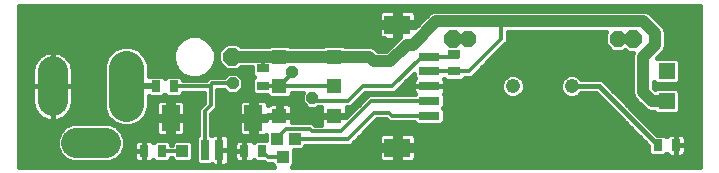
<source format=gtl>
G75*
%MOIN*%
%OFA0B0*%
%FSLAX24Y24*%
%IPPOS*%
%LPD*%
%AMOC8*
5,1,8,0,0,1.08239X$1,22.5*
%
%ADD10R,0.0866X0.0630*%
%ADD11R,0.0709X0.0276*%
%ADD12OC8,0.0554*%
%ADD13C,0.0476*%
%ADD14R,0.0315X0.0394*%
%ADD15R,0.0394X0.0315*%
%ADD16R,0.0630X0.0866*%
%ADD17R,0.0276X0.0709*%
%ADD18R,0.0554X0.0554*%
%ADD19R,0.0512X0.0472*%
%ADD20C,0.0984*%
%ADD21C,0.1181*%
%ADD22OC8,0.0560*%
%ADD23OC8,0.0600*%
%ADD24C,0.0118*%
%ADD25C,0.0394*%
%ADD26OC8,0.0591*%
%ADD27C,0.0197*%
%ADD28C,0.0157*%
%ADD29R,0.0475X0.0475*%
%ADD30C,0.0475*%
%ADD31R,0.0396X0.0396*%
%ADD32OC8,0.0396*%
D10*
X014574Y001084D03*
X014574Y005179D03*
D11*
X015637Y004116D03*
X015637Y003624D03*
X015637Y003131D03*
X015637Y002639D03*
X015637Y002147D03*
D12*
X014062Y001734D03*
X009052Y002580D03*
X007733Y002580D03*
X014062Y004529D03*
D13*
X018416Y003131D03*
X020385Y003131D03*
D14*
X023255Y001163D03*
X023845Y001163D03*
X010066Y000966D03*
X009475Y000966D03*
X006719Y000966D03*
X006129Y000966D03*
X006523Y003131D03*
X007113Y003131D03*
D15*
X010086Y003151D03*
X010086Y003742D03*
X016464Y003624D03*
X016464Y004214D03*
D16*
X009771Y002069D03*
X007015Y002069D03*
D17*
X008147Y001006D03*
X008639Y001006D03*
D18*
X023550Y002631D03*
X023550Y003631D03*
D19*
X012448Y004116D03*
X010637Y004116D03*
X010637Y003131D03*
X012448Y003131D03*
X012448Y002147D03*
X010637Y002147D03*
D20*
X004849Y001242D02*
X003865Y001242D01*
X003078Y002639D02*
X003078Y003624D01*
D21*
X005538Y003722D02*
X005538Y002541D01*
D22*
X016916Y004706D03*
X021916Y004706D03*
D23*
X022416Y004706D03*
X016416Y004706D03*
D24*
X016956Y003624D02*
X018038Y004706D01*
X018038Y005297D01*
X016601Y004116D02*
X016464Y004214D01*
X016601Y004116D02*
X015637Y004116D01*
X015381Y004116D01*
X014397Y003131D01*
X013412Y003131D01*
X012920Y002639D01*
X011838Y002639D01*
X011739Y002738D01*
X012448Y003131D02*
X010637Y003131D01*
X011070Y003525D01*
X011070Y003604D01*
X010086Y003742D02*
X010086Y003998D01*
X009928Y004155D01*
X009101Y004155D01*
X009062Y004116D01*
X009082Y003230D02*
X008393Y003230D01*
X008344Y003181D01*
X008344Y002492D01*
X008147Y002295D01*
X008147Y001006D01*
X007408Y000966D02*
X006719Y000966D01*
X010066Y000966D02*
X010263Y000769D01*
X010755Y000769D01*
X010558Y001360D02*
X010558Y001399D01*
X010873Y001714D01*
X011660Y001714D01*
X011739Y001635D01*
X012704Y001635D01*
X013708Y002639D01*
X014830Y002639D01*
X014987Y002639D01*
X015637Y002639D01*
X014397Y002147D02*
X014298Y002246D01*
X013806Y002246D01*
X012920Y001360D01*
X011149Y001360D01*
X014397Y002147D02*
X015637Y002147D01*
X010637Y003131D02*
X010105Y003131D01*
X010086Y003151D01*
X008344Y003181D02*
X008294Y003131D01*
X007113Y003131D01*
X015637Y003624D02*
X016956Y003624D01*
X016464Y003624D02*
X015637Y003624D01*
D25*
X014889Y004509D02*
X014338Y003958D01*
X013786Y003958D01*
X013629Y004116D01*
X012448Y004116D01*
X010637Y004116D01*
X009062Y004116D01*
X014889Y004509D02*
X015086Y004509D01*
X015873Y005297D01*
X018038Y005297D01*
X022763Y005297D01*
X023156Y004903D01*
X023156Y004509D01*
X022763Y004116D01*
X022763Y002935D01*
X023050Y002631D01*
X023550Y002631D01*
D26*
X009062Y004116D03*
D27*
X006523Y003131D02*
X005538Y003131D01*
D28*
X001975Y000454D02*
X001975Y005809D01*
X024653Y005809D01*
X024653Y000454D01*
X011061Y000454D01*
X011112Y000505D01*
X011112Y001003D01*
X011412Y001003D01*
X011505Y001096D01*
X011505Y001142D01*
X013010Y001142D01*
X013896Y002028D01*
X014208Y002028D01*
X014306Y001929D01*
X015138Y001929D01*
X015217Y001851D01*
X016057Y001851D01*
X016150Y001944D01*
X016150Y002351D01*
X016107Y002393D01*
X016150Y002436D01*
X016150Y002843D01*
X016122Y002871D01*
X016134Y002884D01*
X016158Y002925D01*
X016170Y002970D01*
X016170Y003131D01*
X015637Y003131D01*
X015637Y003132D01*
X016170Y003132D01*
X016170Y003293D01*
X016158Y003338D01*
X016141Y003368D01*
X016201Y003307D01*
X016726Y003307D01*
X016819Y003400D01*
X016819Y003406D01*
X017046Y003406D01*
X018129Y004489D01*
X018256Y004616D01*
X018256Y004941D01*
X021531Y004941D01*
X021478Y004888D01*
X021478Y004525D01*
X021735Y004268D01*
X022098Y004268D01*
X022152Y004322D01*
X022226Y004248D01*
X022433Y004248D01*
X022407Y004186D01*
X022407Y002939D01*
X022405Y002873D01*
X022407Y002869D01*
X022407Y002864D01*
X022432Y002803D01*
X022456Y002741D01*
X022459Y002738D01*
X022461Y002733D01*
X022508Y002687D01*
X022747Y002435D01*
X022749Y002430D01*
X022795Y002383D01*
X022841Y002336D01*
X022845Y002334D01*
X022849Y002330D01*
X022910Y002305D01*
X022970Y002278D01*
X022975Y002278D01*
X022979Y002276D01*
X023045Y002276D01*
X023111Y002274D01*
X023116Y002276D01*
X023127Y002276D01*
X023207Y002196D01*
X023893Y002196D01*
X023986Y002289D01*
X023986Y002974D01*
X023893Y003067D01*
X023207Y003067D01*
X023166Y003026D01*
X023118Y003076D01*
X023118Y003284D01*
X023207Y003196D01*
X023893Y003196D01*
X023986Y003289D01*
X023986Y003974D01*
X023893Y004067D01*
X023217Y004067D01*
X023458Y004308D01*
X023512Y004439D01*
X023512Y004974D01*
X023458Y005105D01*
X023358Y005205D01*
X022964Y005598D01*
X022834Y005652D01*
X015802Y005652D01*
X015672Y005598D01*
X015173Y005100D01*
X014653Y005100D01*
X014653Y005257D01*
X015186Y005257D01*
X015186Y005517D01*
X015173Y005563D01*
X015150Y005603D01*
X015117Y005637D01*
X015076Y005660D01*
X015030Y005672D01*
X014653Y005672D01*
X014653Y005257D01*
X014495Y005257D01*
X014495Y005100D01*
X013962Y005100D01*
X013962Y004840D01*
X013974Y004795D01*
X013998Y004754D01*
X014031Y004721D01*
X014072Y004697D01*
X014117Y004685D01*
X014495Y004685D01*
X014495Y005100D01*
X014653Y005100D01*
X014653Y004776D01*
X014587Y004711D01*
X014190Y004314D01*
X013934Y004314D01*
X013930Y004317D01*
X013830Y004417D01*
X013700Y004471D01*
X012809Y004471D01*
X012769Y004511D01*
X012126Y004511D01*
X012087Y004471D01*
X010998Y004471D01*
X010958Y004511D01*
X010315Y004511D01*
X010276Y004471D01*
X009348Y004471D01*
X009250Y004570D01*
X008874Y004570D01*
X008608Y004304D01*
X008608Y003928D01*
X008874Y003662D01*
X009250Y003662D01*
X009348Y003760D01*
X009730Y003760D01*
X009730Y003518D01*
X009802Y003446D01*
X009730Y003374D01*
X009730Y002928D01*
X009823Y002835D01*
X010222Y002835D01*
X010222Y002830D01*
X008561Y002830D01*
X008795Y003012D02*
X008934Y002873D01*
X009230Y002873D01*
X009439Y003082D01*
X009439Y003378D01*
X009230Y003587D01*
X008934Y003587D01*
X008795Y003448D01*
X008303Y003448D01*
X008253Y003399D01*
X008204Y003349D01*
X007429Y003349D01*
X007429Y003394D01*
X007336Y003487D01*
X006890Y003487D01*
X006818Y003415D01*
X006746Y003487D01*
X006299Y003487D01*
X006288Y003475D01*
X006288Y003871D01*
X006174Y004146D01*
X005963Y004357D01*
X005687Y004471D01*
X005389Y004471D01*
X005114Y004357D01*
X004903Y004146D01*
X004789Y003871D01*
X004789Y002392D01*
X004903Y002117D01*
X005114Y001906D01*
X005389Y001792D01*
X005687Y001792D01*
X005963Y001906D01*
X006174Y002117D01*
X006288Y002392D01*
X006288Y002788D01*
X006299Y002776D01*
X006746Y002776D01*
X006818Y002848D01*
X006890Y002776D01*
X007336Y002776D01*
X007429Y002869D01*
X007429Y002914D01*
X008126Y002914D01*
X008126Y002582D01*
X007929Y002385D01*
X007929Y001504D01*
X007850Y001426D01*
X007850Y000585D01*
X007943Y000492D01*
X008350Y000492D01*
X008379Y000521D01*
X008391Y000508D01*
X008432Y000485D01*
X008477Y000472D01*
X008639Y000472D01*
X008800Y000472D01*
X008846Y000485D01*
X008886Y000508D01*
X008920Y000541D01*
X008943Y000582D01*
X008955Y000628D01*
X008955Y001006D01*
X008955Y001383D01*
X008943Y001429D01*
X008920Y001470D01*
X008886Y001503D01*
X008846Y001526D01*
X008800Y001539D01*
X008639Y001539D01*
X008639Y001006D01*
X008639Y001006D01*
X008955Y001006D01*
X008639Y001006D01*
X008639Y001006D01*
X008639Y001539D01*
X008477Y001539D01*
X008432Y001526D01*
X008391Y001503D01*
X008379Y001490D01*
X008364Y001504D01*
X008364Y002205D01*
X008434Y002274D01*
X008561Y002402D01*
X008561Y003012D01*
X008795Y003012D01*
X008821Y002986D02*
X008561Y002986D01*
X008126Y002830D02*
X007391Y002830D01*
X006835Y002830D02*
X006800Y002830D01*
X006676Y002680D02*
X006631Y002668D01*
X006590Y002645D01*
X006557Y002611D01*
X006533Y002571D01*
X006521Y002525D01*
X006521Y002147D01*
X006936Y002147D01*
X006936Y001990D01*
X006521Y001990D01*
X006521Y001612D01*
X006533Y001566D01*
X006557Y001526D01*
X006590Y001492D01*
X006631Y001469D01*
X006676Y001457D01*
X006936Y001457D01*
X006936Y001990D01*
X007094Y001990D01*
X007094Y002147D01*
X007508Y002147D01*
X007508Y002525D01*
X007496Y002571D01*
X007473Y002611D01*
X007439Y002645D01*
X007399Y002668D01*
X007353Y002680D01*
X007094Y002680D01*
X007094Y002147D01*
X006936Y002147D01*
X006936Y002680D01*
X006676Y002680D01*
X006654Y002674D02*
X006288Y002674D01*
X006288Y002518D02*
X006521Y002518D01*
X006936Y002518D02*
X007094Y002518D01*
X007508Y002518D02*
X008062Y002518D01*
X008126Y002674D02*
X007375Y002674D01*
X007094Y002674D02*
X006936Y002674D01*
X006936Y002362D02*
X007094Y002362D01*
X007508Y002362D02*
X007929Y002362D01*
X007929Y002206D02*
X007508Y002206D01*
X007094Y002206D02*
X006936Y002206D01*
X006521Y002206D02*
X006211Y002206D01*
X006275Y002362D02*
X006521Y002362D01*
X006108Y002051D02*
X006936Y002051D01*
X007094Y002051D02*
X007929Y002051D01*
X007929Y001895D02*
X007508Y001895D01*
X007508Y001990D02*
X007094Y001990D01*
X007094Y001457D01*
X007353Y001457D01*
X007399Y001469D01*
X007439Y001492D01*
X007473Y001526D01*
X007496Y001566D01*
X007508Y001612D01*
X007508Y001990D01*
X007094Y001895D02*
X006936Y001895D01*
X006521Y001895D02*
X005936Y001895D01*
X006521Y001739D02*
X005273Y001739D01*
X005218Y001794D02*
X004979Y001893D01*
X003736Y001893D01*
X003496Y001794D01*
X003313Y001610D01*
X003214Y001371D01*
X003214Y001112D01*
X003313Y000873D01*
X003496Y000690D01*
X003736Y000591D01*
X004979Y000591D01*
X005218Y000690D01*
X005401Y000873D01*
X005500Y001112D01*
X005500Y001371D01*
X005401Y001610D01*
X005218Y001794D01*
X005141Y001895D02*
X001975Y001895D01*
X001975Y002051D02*
X002756Y002051D01*
X002780Y002036D02*
X002704Y002080D01*
X002634Y002134D01*
X002572Y002196D01*
X002519Y002266D01*
X002475Y002342D01*
X002441Y002423D01*
X002418Y002508D01*
X002407Y002595D01*
X002407Y003131D01*
X002645Y003131D01*
X002645Y003132D01*
X002407Y003132D01*
X002407Y003668D01*
X002418Y003755D01*
X002441Y003840D01*
X002475Y003921D01*
X002519Y003997D01*
X002572Y004067D01*
X002634Y004129D01*
X002704Y004183D01*
X002780Y004227D01*
X002862Y004260D01*
X002947Y004283D01*
X003034Y004294D01*
X003078Y004294D01*
X003078Y004155D01*
X003078Y004155D01*
X003078Y004294D01*
X003122Y004294D01*
X003209Y004283D01*
X003294Y004260D01*
X003375Y004227D01*
X003451Y004183D01*
X003521Y004129D01*
X003583Y004067D01*
X003637Y003997D01*
X003681Y003921D01*
X003714Y003840D01*
X003737Y003755D01*
X003749Y003668D01*
X003749Y003132D01*
X003511Y003132D01*
X003511Y003131D01*
X003749Y003131D01*
X003749Y002595D01*
X003737Y002508D01*
X003714Y002423D01*
X003681Y002342D01*
X003637Y002266D01*
X003583Y002196D01*
X003521Y002134D01*
X003451Y002080D01*
X003375Y002036D01*
X003294Y002003D01*
X003209Y001980D01*
X003122Y001969D01*
X003078Y001969D01*
X003078Y002108D01*
X003078Y002108D01*
X003078Y001969D01*
X003034Y001969D01*
X002947Y001980D01*
X002862Y002003D01*
X002780Y002036D01*
X003078Y002051D02*
X003078Y002051D01*
X003400Y002051D02*
X004969Y002051D01*
X004866Y002206D02*
X003591Y002206D01*
X003689Y002362D02*
X004801Y002362D01*
X004789Y002518D02*
X003738Y002518D01*
X003749Y002674D02*
X004789Y002674D01*
X004789Y002830D02*
X003749Y002830D01*
X003749Y002986D02*
X004789Y002986D01*
X004789Y003142D02*
X003749Y003142D01*
X003749Y003298D02*
X004789Y003298D01*
X004789Y003454D02*
X003749Y003454D01*
X003749Y003610D02*
X004789Y003610D01*
X004789Y003766D02*
X003734Y003766D01*
X003680Y003922D02*
X004810Y003922D01*
X004875Y004078D02*
X003572Y004078D01*
X003357Y004234D02*
X004991Y004234D01*
X005193Y004390D02*
X001975Y004390D01*
X001975Y004546D02*
X007230Y004546D01*
X007201Y004517D02*
X007094Y004257D01*
X007094Y003975D01*
X007201Y003714D01*
X007401Y003515D01*
X007661Y003407D01*
X007943Y003407D01*
X008204Y003515D01*
X008403Y003714D01*
X008511Y003975D01*
X008511Y004257D01*
X008403Y004517D01*
X008204Y004717D01*
X007943Y004824D01*
X007661Y004824D01*
X007401Y004717D01*
X007201Y004517D01*
X007149Y004390D02*
X005883Y004390D01*
X006086Y004234D02*
X007094Y004234D01*
X007094Y004078D02*
X006202Y004078D01*
X006266Y003922D02*
X007115Y003922D01*
X007180Y003766D02*
X006288Y003766D01*
X006288Y003610D02*
X007305Y003610D01*
X007369Y003454D02*
X007547Y003454D01*
X008057Y003454D02*
X008801Y003454D01*
X008299Y003610D02*
X009730Y003610D01*
X009794Y003454D02*
X009362Y003454D01*
X009439Y003298D02*
X009730Y003298D01*
X009730Y003142D02*
X009439Y003142D01*
X009343Y002986D02*
X009730Y002986D01*
X010222Y002830D02*
X010315Y002737D01*
X010958Y002737D01*
X011051Y002830D01*
X011382Y002830D01*
X011382Y002886D02*
X011382Y002590D01*
X011591Y002381D01*
X011887Y002381D01*
X011928Y002422D01*
X012017Y002422D01*
X012013Y002407D01*
X012013Y002187D01*
X012408Y002187D01*
X012408Y002108D01*
X012013Y002108D01*
X012013Y001887D01*
X012022Y001853D01*
X011829Y001853D01*
X011751Y001932D01*
X011071Y001932D01*
X011071Y002108D01*
X010676Y002108D01*
X010676Y002187D01*
X010597Y002187D01*
X010597Y002562D01*
X010357Y002562D01*
X010312Y002550D01*
X010271Y002526D01*
X010264Y002520D01*
X010264Y002525D01*
X010252Y002571D01*
X010229Y002611D01*
X010195Y002645D01*
X010155Y002668D01*
X010109Y002680D01*
X009849Y002680D01*
X009849Y002147D01*
X009692Y002147D01*
X009692Y001990D01*
X009277Y001990D01*
X009277Y001612D01*
X009289Y001566D01*
X009313Y001526D01*
X009346Y001492D01*
X009387Y001469D01*
X009432Y001457D01*
X009692Y001457D01*
X009692Y001990D01*
X009849Y001990D01*
X009849Y001457D01*
X010109Y001457D01*
X010155Y001469D01*
X010195Y001492D01*
X010201Y001498D01*
X010201Y001322D01*
X009843Y001322D01*
X009782Y001261D01*
X009776Y001273D01*
X009743Y001306D01*
X009702Y001330D01*
X009656Y001342D01*
X009475Y001342D01*
X009294Y001342D01*
X009249Y001330D01*
X009208Y001306D01*
X009175Y001273D01*
X009151Y001232D01*
X009139Y001187D01*
X009139Y000966D01*
X009139Y000746D01*
X009151Y000700D01*
X009175Y000660D01*
X009208Y000626D01*
X009249Y000603D01*
X009294Y000591D01*
X009475Y000591D01*
X009475Y000966D01*
X009139Y000966D01*
X009475Y000966D01*
X009475Y000966D01*
X009475Y000966D01*
X009475Y001342D01*
X009475Y000966D01*
X009475Y000966D01*
X009475Y000591D01*
X009656Y000591D01*
X009702Y000603D01*
X009743Y000626D01*
X009776Y000660D01*
X009782Y000671D01*
X009843Y000611D01*
X010114Y000611D01*
X010173Y000551D01*
X010398Y000551D01*
X010398Y000505D01*
X010449Y000454D01*
X001975Y000454D01*
X001975Y000491D02*
X008421Y000491D01*
X008639Y000491D02*
X008639Y000491D01*
X008639Y000472D02*
X008639Y001005D01*
X008639Y001005D01*
X008639Y000472D01*
X008856Y000491D02*
X010413Y000491D01*
X009807Y000647D02*
X009763Y000647D01*
X009475Y000647D02*
X009475Y000647D01*
X009188Y000647D02*
X008955Y000647D01*
X008639Y000647D02*
X008639Y000647D01*
X008639Y000803D02*
X008639Y000803D01*
X008955Y000803D02*
X009139Y000803D01*
X009475Y000803D02*
X009475Y000803D01*
X009475Y000959D02*
X009475Y000959D01*
X009139Y000959D02*
X008955Y000959D01*
X008639Y000959D02*
X008639Y000959D01*
X008639Y001115D02*
X008639Y001115D01*
X008955Y001115D02*
X009139Y001115D01*
X009475Y001115D02*
X009475Y001115D01*
X009475Y001271D02*
X009475Y001271D01*
X009174Y001271D02*
X008955Y001271D01*
X008639Y001271D02*
X008639Y001271D01*
X008639Y001427D02*
X008639Y001427D01*
X008944Y001427D02*
X010201Y001427D01*
X009792Y001271D02*
X009777Y001271D01*
X009849Y001583D02*
X009692Y001583D01*
X009692Y001739D02*
X009849Y001739D01*
X009849Y001895D02*
X009692Y001895D01*
X009849Y001990D02*
X009849Y002147D01*
X010264Y002147D01*
X010264Y002187D01*
X010597Y002187D01*
X010597Y002108D01*
X010202Y002108D01*
X010202Y001990D01*
X009849Y001990D01*
X009849Y002051D02*
X010202Y002051D01*
X010676Y002187D02*
X010676Y002562D01*
X010916Y002562D01*
X010962Y002550D01*
X011002Y002526D01*
X011036Y002493D01*
X011059Y002452D01*
X011071Y002407D01*
X011071Y002187D01*
X010676Y002187D01*
X010676Y002206D02*
X010597Y002206D01*
X010597Y002362D02*
X010676Y002362D01*
X011071Y002362D02*
X012013Y002362D01*
X012013Y002206D02*
X011071Y002206D01*
X011071Y002051D02*
X012013Y002051D01*
X012013Y001895D02*
X011788Y001895D01*
X012487Y002108D02*
X012487Y002187D01*
X012882Y002187D01*
X012882Y002407D01*
X012879Y002422D01*
X013010Y002422D01*
X013503Y002914D01*
X014487Y002914D01*
X015124Y003551D01*
X015124Y003420D01*
X015152Y003392D01*
X015139Y003379D01*
X015116Y003338D01*
X015104Y003293D01*
X015104Y003132D01*
X015637Y003132D01*
X015637Y003131D01*
X015104Y003131D01*
X015104Y002970D01*
X015116Y002925D01*
X015139Y002884D01*
X015152Y002871D01*
X015138Y002857D01*
X013617Y002857D01*
X013490Y002730D01*
X012868Y002108D01*
X012487Y002108D01*
X012882Y002206D02*
X012967Y002206D01*
X012882Y002362D02*
X013123Y002362D01*
X013107Y002518D02*
X013279Y002518D01*
X013263Y002674D02*
X013435Y002674D01*
X013419Y002830D02*
X013591Y002830D01*
X014560Y002986D02*
X015104Y002986D01*
X015104Y003142D02*
X014716Y003142D01*
X014872Y003298D02*
X015105Y003298D01*
X015124Y003454D02*
X015027Y003454D01*
X016168Y003298D02*
X018056Y003298D01*
X018080Y003356D02*
X018020Y003210D01*
X018020Y003053D01*
X018080Y002907D01*
X018192Y002795D01*
X018337Y002735D01*
X018495Y002735D01*
X018641Y002795D01*
X018753Y002907D01*
X018813Y003053D01*
X018813Y003210D01*
X018753Y003356D01*
X018641Y003468D01*
X018495Y003528D01*
X018337Y003528D01*
X018192Y003468D01*
X018080Y003356D01*
X018178Y003454D02*
X017094Y003454D01*
X017250Y003610D02*
X022407Y003610D01*
X022407Y003454D02*
X020623Y003454D01*
X020609Y003468D02*
X020464Y003528D01*
X020306Y003528D01*
X020160Y003468D01*
X020049Y003356D01*
X019988Y003210D01*
X019988Y003053D01*
X020049Y002907D01*
X020160Y002795D01*
X020306Y002735D01*
X020464Y002735D01*
X020609Y002795D01*
X020708Y002894D01*
X021188Y002894D01*
X022939Y001143D01*
X022939Y000900D01*
X023032Y000807D01*
X023478Y000807D01*
X023538Y000868D01*
X023545Y000856D01*
X023578Y000823D01*
X023619Y000800D01*
X023664Y000787D01*
X023845Y000787D01*
X023845Y001163D01*
X023845Y001539D01*
X023664Y001539D01*
X023619Y001526D01*
X023578Y001503D01*
X023545Y001470D01*
X023538Y001458D01*
X023478Y001519D01*
X023235Y001519D01*
X021524Y003230D01*
X021385Y003369D01*
X020708Y003369D01*
X020609Y003468D01*
X020147Y003454D02*
X018654Y003454D01*
X018776Y003298D02*
X020025Y003298D01*
X019988Y003142D02*
X018813Y003142D01*
X018785Y002986D02*
X020016Y002986D01*
X020125Y002830D02*
X018676Y002830D01*
X018157Y002830D02*
X016150Y002830D01*
X016170Y002986D02*
X018047Y002986D01*
X018020Y003142D02*
X016170Y003142D01*
X016150Y002674D02*
X021408Y002674D01*
X021564Y002518D02*
X016150Y002518D01*
X016138Y002362D02*
X021720Y002362D01*
X021876Y002206D02*
X016150Y002206D01*
X016150Y002051D02*
X022032Y002051D01*
X022188Y001895D02*
X016101Y001895D01*
X015173Y001895D02*
X013763Y001895D01*
X013607Y001739D02*
X022344Y001739D01*
X022500Y001583D02*
X013451Y001583D01*
X013974Y001468D02*
X013962Y001423D01*
X013962Y001163D01*
X014495Y001163D01*
X014495Y001006D01*
X013962Y001006D01*
X013962Y000746D01*
X013974Y000700D01*
X013998Y000660D01*
X014031Y000626D01*
X014072Y000603D01*
X014117Y000591D01*
X014495Y000591D01*
X014495Y001006D01*
X014653Y001006D01*
X014653Y001163D01*
X015186Y001163D01*
X015186Y001423D01*
X015173Y001468D01*
X015150Y001509D01*
X015117Y001542D01*
X015076Y001566D01*
X015030Y001578D01*
X014653Y001578D01*
X014653Y001163D01*
X014495Y001163D01*
X014495Y001578D01*
X014117Y001578D01*
X014072Y001566D01*
X014031Y001542D01*
X013998Y001509D01*
X013974Y001468D01*
X013963Y001427D02*
X013295Y001427D01*
X013139Y001271D02*
X013962Y001271D01*
X014495Y001271D02*
X014653Y001271D01*
X014653Y001427D02*
X014495Y001427D01*
X015185Y001427D02*
X022655Y001427D01*
X022811Y001271D02*
X015186Y001271D01*
X014653Y001115D02*
X022939Y001115D01*
X023255Y001163D02*
X021286Y003131D01*
X020385Y003131D01*
X020645Y002830D02*
X021252Y002830D01*
X021767Y002986D02*
X022407Y002986D01*
X022421Y002830D02*
X021923Y002830D01*
X022079Y002674D02*
X022520Y002674D01*
X022667Y002518D02*
X022235Y002518D01*
X022391Y002362D02*
X022815Y002362D01*
X022547Y002206D02*
X023196Y002206D01*
X022703Y002051D02*
X024653Y002051D01*
X024653Y001895D02*
X022859Y001895D01*
X023015Y001739D02*
X024653Y001739D01*
X024653Y001583D02*
X023171Y001583D01*
X023845Y001539D02*
X023845Y001163D01*
X023845Y001163D01*
X023845Y001163D01*
X023845Y000787D01*
X024026Y000787D01*
X024072Y000800D01*
X024113Y000823D01*
X024146Y000856D01*
X024170Y000897D01*
X024182Y000943D01*
X024182Y001163D01*
X024182Y001383D01*
X024170Y001429D01*
X024146Y001470D01*
X024113Y001503D01*
X024072Y001526D01*
X024026Y001539D01*
X023845Y001539D01*
X023845Y001427D02*
X023845Y001427D01*
X023845Y001271D02*
X023845Y001271D01*
X023845Y001163D02*
X024182Y001163D01*
X023845Y001163D01*
X023845Y001163D01*
X023845Y001115D02*
X023845Y001115D01*
X023845Y000959D02*
X023845Y000959D01*
X024182Y000959D02*
X024653Y000959D01*
X024653Y001115D02*
X024182Y001115D01*
X024182Y001271D02*
X024653Y001271D01*
X024653Y001427D02*
X024170Y001427D01*
X022939Y000959D02*
X015186Y000959D01*
X015186Y001006D02*
X014653Y001006D01*
X014653Y000591D01*
X015030Y000591D01*
X015076Y000603D01*
X015117Y000626D01*
X015150Y000660D01*
X015173Y000700D01*
X015186Y000746D01*
X015186Y001006D01*
X014653Y000959D02*
X014495Y000959D01*
X014495Y001115D02*
X011505Y001115D01*
X011112Y000959D02*
X013962Y000959D01*
X013962Y000803D02*
X011112Y000803D01*
X011112Y000647D02*
X014011Y000647D01*
X014495Y000647D02*
X014653Y000647D01*
X014653Y000803D02*
X014495Y000803D01*
X015137Y000647D02*
X024653Y000647D01*
X024653Y000803D02*
X024077Y000803D01*
X023845Y000803D02*
X023845Y000803D01*
X023614Y000803D02*
X015186Y000803D01*
X011097Y000491D02*
X024653Y000491D01*
X024653Y002206D02*
X023904Y002206D01*
X023986Y002362D02*
X024653Y002362D01*
X024653Y002518D02*
X023986Y002518D01*
X023986Y002674D02*
X024653Y002674D01*
X024653Y002830D02*
X023986Y002830D01*
X023974Y002986D02*
X024653Y002986D01*
X024653Y003142D02*
X023118Y003142D01*
X022407Y003142D02*
X021611Y003142D01*
X021524Y003230D02*
X021524Y003230D01*
X021455Y003298D02*
X022407Y003298D01*
X023986Y003298D02*
X024653Y003298D01*
X024653Y003454D02*
X023986Y003454D01*
X023986Y003610D02*
X024653Y003610D01*
X024653Y003766D02*
X023986Y003766D01*
X023986Y003922D02*
X024653Y003922D01*
X024653Y004078D02*
X023228Y004078D01*
X023384Y004234D02*
X024653Y004234D01*
X024653Y004390D02*
X023492Y004390D01*
X023512Y004546D02*
X024653Y004546D01*
X024653Y004702D02*
X023512Y004702D01*
X023512Y004858D02*
X024653Y004858D01*
X024653Y005014D02*
X023495Y005014D01*
X023392Y005170D02*
X024653Y005170D01*
X024653Y005326D02*
X023236Y005326D01*
X023080Y005482D02*
X024653Y005482D01*
X024653Y005638D02*
X022868Y005638D01*
X024653Y005794D02*
X001975Y005794D01*
X001975Y005638D02*
X014033Y005638D01*
X014031Y005637D02*
X013998Y005603D01*
X013974Y005563D01*
X013962Y005517D01*
X013962Y005257D01*
X014495Y005257D01*
X014495Y005672D01*
X014117Y005672D01*
X014072Y005660D01*
X014031Y005637D01*
X014495Y005638D02*
X014653Y005638D01*
X015114Y005638D02*
X015768Y005638D01*
X015555Y005482D02*
X015186Y005482D01*
X015186Y005326D02*
X015399Y005326D01*
X015243Y005170D02*
X014653Y005170D01*
X014495Y005170D02*
X001975Y005170D01*
X001975Y005014D02*
X013962Y005014D01*
X014495Y005014D02*
X014653Y005014D01*
X014653Y004858D02*
X014495Y004858D01*
X014495Y004702D02*
X014579Y004702D01*
X014063Y004702D02*
X008218Y004702D01*
X008374Y004546D02*
X008850Y004546D01*
X009274Y004546D02*
X014423Y004546D01*
X014267Y004390D02*
X013857Y004390D01*
X013962Y004858D02*
X001975Y004858D01*
X001975Y004702D02*
X007386Y004702D01*
X008456Y004390D02*
X008694Y004390D01*
X008608Y004234D02*
X008511Y004234D01*
X008511Y004078D02*
X008608Y004078D01*
X008613Y003922D02*
X008489Y003922D01*
X008424Y003766D02*
X008769Y003766D01*
X006857Y003454D02*
X006779Y003454D01*
X008561Y002674D02*
X009410Y002674D01*
X009432Y002680D02*
X009387Y002668D01*
X009346Y002645D01*
X009313Y002611D01*
X009289Y002571D01*
X009277Y002525D01*
X009277Y002147D01*
X009692Y002147D01*
X009692Y002680D01*
X009432Y002680D01*
X009692Y002674D02*
X009849Y002674D01*
X010131Y002674D02*
X011382Y002674D01*
X011454Y002518D02*
X011011Y002518D01*
X010676Y002518D02*
X010597Y002518D01*
X009849Y002518D02*
X009692Y002518D01*
X009277Y002518D02*
X008561Y002518D01*
X008522Y002362D02*
X009277Y002362D01*
X009277Y002206D02*
X008366Y002206D01*
X008364Y002051D02*
X009692Y002051D01*
X009277Y001895D02*
X008364Y001895D01*
X008364Y001739D02*
X009277Y001739D01*
X009285Y001583D02*
X008364Y001583D01*
X007929Y001583D02*
X007501Y001583D01*
X007094Y001583D02*
X006936Y001583D01*
X006529Y001583D02*
X005413Y001583D01*
X005477Y001427D02*
X007851Y001427D01*
X007672Y001323D02*
X007145Y001323D01*
X007052Y001230D01*
X007052Y001184D01*
X007036Y001184D01*
X007036Y001229D01*
X006943Y001322D01*
X006496Y001322D01*
X006436Y001261D01*
X006429Y001273D01*
X006396Y001306D01*
X006355Y001330D01*
X006310Y001342D01*
X006129Y001342D01*
X006129Y000966D01*
X006129Y000591D01*
X006310Y000591D01*
X006355Y000603D01*
X006396Y000626D01*
X006429Y000660D01*
X006436Y000671D01*
X006496Y000611D01*
X006943Y000611D01*
X007036Y000704D01*
X007036Y000748D01*
X007052Y000748D01*
X007052Y000702D01*
X007145Y000609D01*
X007672Y000609D01*
X007765Y000702D01*
X007765Y001230D01*
X007672Y001323D01*
X007725Y001271D02*
X007850Y001271D01*
X007850Y001115D02*
X007765Y001115D01*
X007765Y000959D02*
X007850Y000959D01*
X007850Y000803D02*
X007765Y000803D01*
X007710Y000647D02*
X007850Y000647D01*
X007107Y000647D02*
X006979Y000647D01*
X006460Y000647D02*
X006417Y000647D01*
X006129Y000647D02*
X006129Y000647D01*
X006129Y000591D02*
X005948Y000591D01*
X005902Y000603D01*
X005862Y000626D01*
X005828Y000660D01*
X005805Y000700D01*
X005793Y000746D01*
X005793Y000966D01*
X006129Y000966D01*
X006129Y000966D01*
X006129Y000591D01*
X005841Y000647D02*
X005114Y000647D01*
X005331Y000803D02*
X005793Y000803D01*
X006129Y000803D02*
X006129Y000803D01*
X006129Y000959D02*
X006129Y000959D01*
X006129Y000966D02*
X006129Y000966D01*
X006129Y000966D01*
X005793Y000966D01*
X005793Y001187D01*
X005805Y001232D01*
X005828Y001273D01*
X005862Y001306D01*
X005902Y001330D01*
X005948Y001342D01*
X006129Y001342D01*
X006129Y000966D01*
X005793Y000959D02*
X005437Y000959D01*
X005500Y001115D02*
X005793Y001115D01*
X006129Y001115D02*
X006129Y001115D01*
X006129Y001271D02*
X006129Y001271D01*
X006431Y001271D02*
X006445Y001271D01*
X006994Y001271D02*
X007092Y001271D01*
X005827Y001271D02*
X005500Y001271D01*
X006936Y001739D02*
X007094Y001739D01*
X007508Y001739D02*
X007929Y001739D01*
X009692Y002206D02*
X009849Y002206D01*
X009849Y002362D02*
X009692Y002362D01*
X011051Y002830D02*
X011051Y002914D01*
X011410Y002914D01*
X011382Y002886D01*
X017406Y003766D02*
X022407Y003766D01*
X022407Y003922D02*
X017562Y003922D01*
X017718Y004078D02*
X022407Y004078D01*
X022427Y004234D02*
X017874Y004234D01*
X018030Y004390D02*
X021612Y004390D01*
X021478Y004546D02*
X018186Y004546D01*
X018256Y004702D02*
X021478Y004702D01*
X021478Y004858D02*
X018256Y004858D01*
X014653Y005326D02*
X014495Y005326D01*
X014495Y005482D02*
X014653Y005482D01*
X013962Y005482D02*
X001975Y005482D01*
X001975Y005326D02*
X013962Y005326D01*
X003078Y004234D02*
X003078Y004234D01*
X002799Y004234D02*
X001975Y004234D01*
X001975Y004078D02*
X002584Y004078D01*
X002476Y003922D02*
X001975Y003922D01*
X001975Y003766D02*
X002421Y003766D01*
X002407Y003610D02*
X001975Y003610D01*
X001975Y003454D02*
X002407Y003454D01*
X002407Y003298D02*
X001975Y003298D01*
X001975Y003142D02*
X002407Y003142D01*
X002407Y002986D02*
X001975Y002986D01*
X001975Y002830D02*
X002407Y002830D01*
X002407Y002674D02*
X001975Y002674D01*
X001975Y002518D02*
X002417Y002518D01*
X002466Y002362D02*
X001975Y002362D01*
X001975Y002206D02*
X002564Y002206D01*
X001975Y001739D02*
X003442Y001739D01*
X003302Y001583D02*
X001975Y001583D01*
X001975Y001427D02*
X003237Y001427D01*
X003214Y001271D02*
X001975Y001271D01*
X001975Y001115D02*
X003214Y001115D01*
X003278Y000959D02*
X001975Y000959D01*
X001975Y000803D02*
X003384Y000803D01*
X003601Y000647D02*
X001975Y000647D01*
D29*
X005676Y005277D03*
D30*
X010460Y005277D03*
D31*
X010558Y001360D03*
X011149Y001360D03*
X010755Y000769D03*
X007408Y000966D03*
D32*
X011739Y002738D03*
X009082Y003230D03*
X011070Y003604D03*
M02*

</source>
